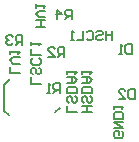
<source format=gbo>
%FSLAX25Y25*%
%MOIN*%
G70*
G01*
G75*
G04 Layer_Color=16776960*
%ADD10R,0.04528X0.02362*%
%ADD11R,0.02953X0.06693*%
%ADD12O,0.01772X0.06299*%
%ADD13R,0.03543X0.02756*%
%ADD14R,0.06693X0.02953*%
%ADD15C,0.01400*%
%ADD16C,0.01000*%
%ADD17C,0.07874*%
%ADD18C,0.00984*%
%ADD19C,0.01575*%
%ADD20C,0.00787*%
%ADD21C,0.00600*%
%ADD22R,0.05328X0.03162*%
%ADD23R,0.03753X0.07493*%
%ADD24O,0.02008X0.06535*%
%ADD25R,0.04343X0.03556*%
%ADD26R,0.07493X0.03753*%
%ADD27C,0.08674*%
D21*
X18500Y13000D02*
X20000Y14500D01*
X1500Y22000D02*
X3500Y24000D01*
X1500Y13500D02*
Y22000D01*
Y13500D02*
X3000Y12000D01*
X44000Y35699D02*
Y32500D01*
X42401D01*
X41867Y33033D01*
Y35166D01*
X42401Y35699D01*
X44000D01*
X40801Y32500D02*
X39735D01*
X40268D01*
Y35699D01*
X40801Y35166D01*
X45000Y20699D02*
Y17500D01*
X43400D01*
X42867Y18033D01*
Y20166D01*
X43400Y20699D01*
X45000D01*
X39668Y17500D02*
X41801D01*
X39668Y19633D01*
Y20166D01*
X40202Y20699D01*
X41268D01*
X41801Y20166D01*
X40666Y6633D02*
X41199Y6100D01*
Y5033D01*
X40666Y4500D01*
X38533D01*
X38000Y5033D01*
Y6100D01*
X38533Y6633D01*
X39599D01*
Y5566D01*
X38000Y7699D02*
X41199D01*
X38000Y9832D01*
X41199D01*
Y10898D02*
X38000D01*
Y12497D01*
X38533Y13031D01*
X40666D01*
X41199Y12497D01*
Y10898D01*
X38000Y14097D02*
Y15163D01*
Y14630D01*
X41199D01*
X40666Y14097D01*
X37500Y40199D02*
Y37000D01*
Y38600D01*
X35367D01*
Y40199D01*
Y37000D01*
X32168Y39666D02*
X32702Y40199D01*
X33768D01*
X34301Y39666D01*
Y39133D01*
X33768Y38600D01*
X32702D01*
X32168Y38066D01*
Y37533D01*
X32702Y37000D01*
X33768D01*
X34301Y37533D01*
X28969Y39666D02*
X29503Y40199D01*
X30569D01*
X31102Y39666D01*
Y37533D01*
X30569Y37000D01*
X29503D01*
X28969Y37533D01*
X27903Y40199D02*
Y37000D01*
X25770D01*
X24704D02*
X23638D01*
X24171D01*
Y40199D01*
X24704Y39666D01*
X30699Y13000D02*
X27500D01*
X29100D01*
Y15133D01*
X30699D01*
X27500D01*
X30166Y18332D02*
X30699Y17798D01*
Y16732D01*
X30166Y16199D01*
X29633D01*
X29100Y16732D01*
Y17798D01*
X28566Y18332D01*
X28033D01*
X27500Y17798D01*
Y16732D01*
X28033Y16199D01*
X30699Y19398D02*
X27500D01*
Y20997D01*
X28033Y21531D01*
X30166D01*
X30699Y20997D01*
Y19398D01*
X27500Y22597D02*
X29633D01*
X30699Y23663D01*
X29633Y24730D01*
X27500D01*
X29100D01*
Y22597D01*
X27500Y25796D02*
Y26862D01*
Y26329D01*
X30699D01*
X30166Y25796D01*
X15199Y41500D02*
X12000D01*
X13600D01*
Y43633D01*
X15199D01*
X12000D01*
X15199Y44699D02*
X13066D01*
X12000Y45765D01*
X13066Y46832D01*
X15199D01*
X12000Y47898D02*
Y48964D01*
Y48431D01*
X15199D01*
X14666Y47898D01*
X13699Y22500D02*
X10500D01*
Y24633D01*
X13166Y27832D02*
X13699Y27299D01*
Y26232D01*
X13166Y25699D01*
X12633D01*
X12100Y26232D01*
Y27299D01*
X11566Y27832D01*
X11033D01*
X10500Y27299D01*
Y26232D01*
X11033Y25699D01*
X13166Y31031D02*
X13699Y30497D01*
Y29431D01*
X13166Y28898D01*
X11033D01*
X10500Y29431D01*
Y30497D01*
X11033Y31031D01*
X13699Y32097D02*
X10500D01*
Y34230D01*
Y35296D02*
Y36362D01*
Y35829D01*
X13699D01*
X13166Y35296D01*
X25699Y13000D02*
X22500D01*
Y15133D01*
X25166Y18332D02*
X25699Y17798D01*
Y16732D01*
X25166Y16199D01*
X24633D01*
X24100Y16732D01*
Y17798D01*
X23566Y18332D01*
X23033D01*
X22500Y17798D01*
Y16732D01*
X23033Y16199D01*
X25699Y19398D02*
X22500D01*
Y20997D01*
X23033Y21531D01*
X25166D01*
X25699Y20997D01*
Y19398D01*
X22500Y22597D02*
X24633D01*
X25699Y23663D01*
X24633Y24730D01*
X22500D01*
X24100D01*
Y22597D01*
X22500Y25796D02*
Y26862D01*
Y26329D01*
X25699D01*
X25166Y25796D01*
X6699Y26000D02*
X3500D01*
Y28133D01*
X6699Y29199D02*
X4566D01*
X3500Y30265D01*
X4566Y31332D01*
X6699D01*
X3500Y32398D02*
Y33464D01*
Y32931D01*
X6699D01*
X6166Y32398D01*
X20000Y19500D02*
Y22699D01*
X18401D01*
X17867Y22166D01*
Y21100D01*
X18401Y20566D01*
X20000D01*
X18934D02*
X17867Y19500D01*
X16801D02*
X15735D01*
X16268D01*
Y22699D01*
X16801Y22166D01*
X21500Y31500D02*
Y34699D01*
X19900D01*
X19367Y34166D01*
Y33099D01*
X19900Y32566D01*
X21500D01*
X20434D02*
X19367Y31500D01*
X16168D02*
X18301D01*
X16168Y33633D01*
Y34166D01*
X16702Y34699D01*
X17768D01*
X18301Y34166D01*
X7500Y35500D02*
Y38699D01*
X5900D01*
X5367Y38166D01*
Y37099D01*
X5900Y36566D01*
X7500D01*
X6434D02*
X5367Y35500D01*
X4301Y38166D02*
X3768Y38699D01*
X2702D01*
X2168Y38166D01*
Y37633D01*
X2702Y37099D01*
X3235D01*
X2702D01*
X2168Y36566D01*
Y36033D01*
X2702Y35500D01*
X3768D01*
X4301Y36033D01*
X24000Y44000D02*
Y47199D01*
X22400D01*
X21867Y46666D01*
Y45599D01*
X22400Y45066D01*
X24000D01*
X22934D02*
X21867Y44000D01*
X19202D02*
Y47199D01*
X20801Y45599D01*
X18668D01*
M02*

</source>
